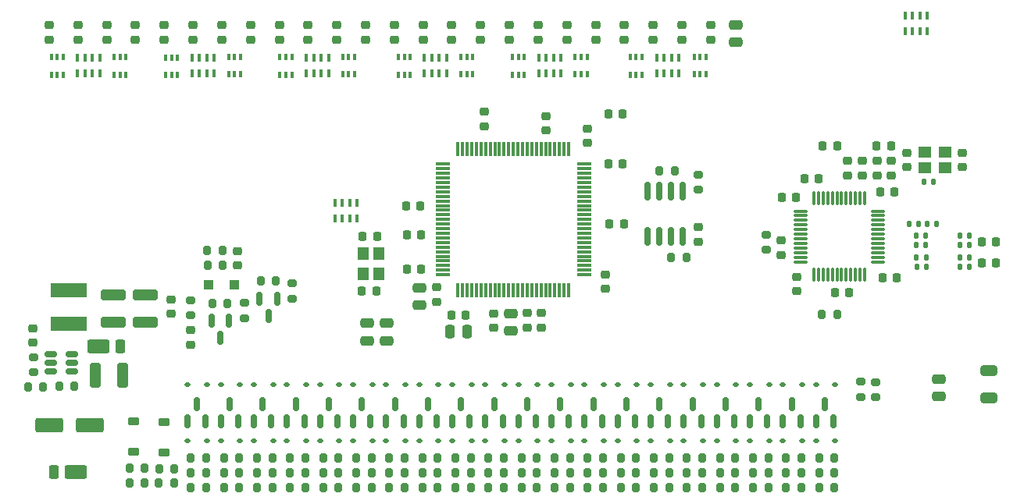
<source format=gbr>
%TF.GenerationSoftware,KiCad,Pcbnew,7.0.6-rc1-28-g32930319ea*%
%TF.CreationDate,2023-06-30T09:32:51+03:00*%
%TF.ProjectId,serial_io_expander,73657269-616c-45f6-996f-5f657870616e,rev?*%
%TF.SameCoordinates,Original*%
%TF.FileFunction,Paste,Top*%
%TF.FilePolarity,Positive*%
%FSLAX46Y46*%
G04 Gerber Fmt 4.6, Leading zero omitted, Abs format (unit mm)*
G04 Created by KiCad (PCBNEW 7.0.6-rc1-28-g32930319ea) date 2023-06-30 09:32:51*
%MOMM*%
%LPD*%
G01*
G04 APERTURE LIST*
G04 Aperture macros list*
%AMRoundRect*
0 Rectangle with rounded corners*
0 $1 Rounding radius*
0 $2 $3 $4 $5 $6 $7 $8 $9 X,Y pos of 4 corners*
0 Add a 4 corners polygon primitive as box body*
4,1,4,$2,$3,$4,$5,$6,$7,$8,$9,$2,$3,0*
0 Add four circle primitives for the rounded corners*
1,1,$1+$1,$2,$3*
1,1,$1+$1,$4,$5*
1,1,$1+$1,$6,$7*
1,1,$1+$1,$8,$9*
0 Add four rect primitives between the rounded corners*
20,1,$1+$1,$2,$3,$4,$5,0*
20,1,$1+$1,$4,$5,$6,$7,0*
20,1,$1+$1,$6,$7,$8,$9,0*
20,1,$1+$1,$8,$9,$2,$3,0*%
G04 Aperture macros list end*
%ADD10RoundRect,0.200000X-0.275000X0.200000X-0.275000X-0.200000X0.275000X-0.200000X0.275000X0.200000X0*%
%ADD11RoundRect,0.200000X0.200000X0.275000X-0.200000X0.275000X-0.200000X-0.275000X0.200000X-0.275000X0*%
%ADD12RoundRect,0.218750X0.256250X-0.218750X0.256250X0.218750X-0.256250X0.218750X-0.256250X-0.218750X0*%
%ADD13R,1.400000X1.200000*%
%ADD14RoundRect,0.135000X-0.135000X-0.185000X0.135000X-0.185000X0.135000X0.185000X-0.135000X0.185000X0*%
%ADD15RoundRect,0.225000X0.225000X0.250000X-0.225000X0.250000X-0.225000X-0.250000X0.225000X-0.250000X0*%
%ADD16RoundRect,0.112500X-0.187500X-0.112500X0.187500X-0.112500X0.187500X0.112500X-0.187500X0.112500X0*%
%ADD17RoundRect,0.150000X-0.150000X0.825000X-0.150000X-0.825000X0.150000X-0.825000X0.150000X0.825000X0*%
%ADD18RoundRect,0.225000X0.250000X-0.225000X0.250000X0.225000X-0.250000X0.225000X-0.250000X-0.225000X0*%
%ADD19R,0.400000X0.650000*%
%ADD20RoundRect,0.150000X0.150000X-0.587500X0.150000X0.587500X-0.150000X0.587500X-0.150000X-0.587500X0*%
%ADD21RoundRect,0.225000X-0.225000X-0.250000X0.225000X-0.250000X0.225000X0.250000X-0.225000X0.250000X0*%
%ADD22RoundRect,0.200000X-0.200000X-0.275000X0.200000X-0.275000X0.200000X0.275000X-0.200000X0.275000X0*%
%ADD23RoundRect,0.250000X0.650000X-0.325000X0.650000X0.325000X-0.650000X0.325000X-0.650000X-0.325000X0*%
%ADD24RoundRect,0.135000X0.135000X0.185000X-0.135000X0.185000X-0.135000X-0.185000X0.135000X-0.185000X0*%
%ADD25RoundRect,0.225000X0.375000X-0.225000X0.375000X0.225000X-0.375000X0.225000X-0.375000X-0.225000X0*%
%ADD26R,0.400000X0.900000*%
%ADD27RoundRect,0.250000X-0.475000X0.250000X-0.475000X-0.250000X0.475000X-0.250000X0.475000X0.250000X0*%
%ADD28RoundRect,0.225000X-0.250000X0.225000X-0.250000X-0.225000X0.250000X-0.225000X0.250000X0.225000X0*%
%ADD29RoundRect,0.250000X-0.950000X-0.500000X0.950000X-0.500000X0.950000X0.500000X-0.950000X0.500000X0*%
%ADD30RoundRect,0.250000X-0.275000X-0.500000X0.275000X-0.500000X0.275000X0.500000X-0.275000X0.500000X0*%
%ADD31RoundRect,0.250000X0.950000X0.500000X-0.950000X0.500000X-0.950000X-0.500000X0.950000X-0.500000X0*%
%ADD32RoundRect,0.250000X0.275000X0.500000X-0.275000X0.500000X-0.275000X-0.500000X0.275000X-0.500000X0*%
%ADD33RoundRect,0.200000X0.275000X-0.200000X0.275000X0.200000X-0.275000X0.200000X-0.275000X-0.200000X0*%
%ADD34RoundRect,0.250000X-1.100000X0.325000X-1.100000X-0.325000X1.100000X-0.325000X1.100000X0.325000X0*%
%ADD35RoundRect,0.218750X0.218750X0.256250X-0.218750X0.256250X-0.218750X-0.256250X0.218750X-0.256250X0*%
%ADD36RoundRect,0.250000X-0.300000X-0.300000X0.300000X-0.300000X0.300000X0.300000X-0.300000X0.300000X0*%
%ADD37RoundRect,0.250000X0.475000X-0.250000X0.475000X0.250000X-0.475000X0.250000X-0.475000X-0.250000X0*%
%ADD38RoundRect,0.250000X1.250000X0.550000X-1.250000X0.550000X-1.250000X-0.550000X1.250000X-0.550000X0*%
%ADD39RoundRect,0.150000X-0.150000X0.587500X-0.150000X-0.587500X0.150000X-0.587500X0.150000X0.587500X0*%
%ADD40R,1.200000X1.400000*%
%ADD41RoundRect,0.250000X-0.325000X-1.100000X0.325000X-1.100000X0.325000X1.100000X-0.325000X1.100000X0*%
%ADD42RoundRect,0.075000X0.075000X-0.725000X0.075000X0.725000X-0.075000X0.725000X-0.075000X-0.725000X0*%
%ADD43RoundRect,0.075000X0.725000X-0.075000X0.725000X0.075000X-0.725000X0.075000X-0.725000X-0.075000X0*%
%ADD44R,4.000000X1.500000*%
%ADD45RoundRect,0.075000X0.662500X0.075000X-0.662500X0.075000X-0.662500X-0.075000X0.662500X-0.075000X0*%
%ADD46RoundRect,0.075000X0.075000X0.662500X-0.075000X0.662500X-0.075000X-0.662500X0.075000X-0.662500X0*%
%ADD47RoundRect,0.250000X-0.250000X-0.475000X0.250000X-0.475000X0.250000X0.475000X-0.250000X0.475000X0*%
%ADD48RoundRect,0.150000X-0.512500X-0.150000X0.512500X-0.150000X0.512500X0.150000X-0.512500X0.150000X0*%
G04 APERTURE END LIST*
D10*
%TO.C,R5*%
X140390000Y-90825000D03*
X140390000Y-92475000D03*
%TD*%
D11*
%TO.C,R58*%
X155100000Y-123200000D03*
X153450000Y-123200000D03*
%TD*%
D12*
%TO.C,D65*%
X122980736Y-76175000D03*
X122980736Y-74600000D03*
%TD*%
D13*
%TO.C,Y3*%
X167076250Y-88408750D03*
X164876250Y-88408750D03*
X164876250Y-90108750D03*
X167076250Y-90108750D03*
%TD*%
D11*
%TO.C,R61*%
X137178940Y-123200000D03*
X135528940Y-123200000D03*
%TD*%
D14*
%TO.C,R79*%
X164841250Y-91608750D03*
X165861250Y-91608750D03*
%TD*%
D15*
%TO.C,C16*%
X110305000Y-97340000D03*
X108755000Y-97340000D03*
%TD*%
D11*
%TO.C,R34*%
X151515780Y-123200000D03*
X149865780Y-123200000D03*
%TD*%
D16*
%TO.C,D43*%
X145936570Y-119700000D03*
X148036570Y-119700000D03*
%TD*%
D17*
%TO.C,U3*%
X138660000Y-92625000D03*
X137390000Y-92625000D03*
X136120000Y-92625000D03*
X134850000Y-92625000D03*
X134850000Y-97575000D03*
X136120000Y-97575000D03*
X137390000Y-97575000D03*
X138660000Y-97575000D03*
%TD*%
D18*
%TO.C,C8*%
X68200000Y-109075000D03*
X68200000Y-107525000D03*
%TD*%
D19*
%TO.C,Q25*%
X89425000Y-79950000D03*
X90075000Y-79950000D03*
X90725000Y-79950000D03*
X90725000Y-78050000D03*
X90075000Y-78050000D03*
X89425000Y-78050000D03*
%TD*%
D20*
%TO.C,Q7*%
X99341840Y-117639500D03*
X101241840Y-117639500D03*
X100291840Y-115764500D03*
%TD*%
D11*
%TO.C,R43*%
X119257890Y-123200000D03*
X117607890Y-123200000D03*
%TD*%
D21*
%TO.C,C2*%
X130600000Y-89650000D03*
X132150000Y-89650000D03*
%TD*%
D20*
%TO.C,Q1*%
X85005000Y-117639500D03*
X86905000Y-117639500D03*
X85955000Y-115764500D03*
%TD*%
D22*
%TO.C,R75*%
X78710000Y-122705000D03*
X80360000Y-122705000D03*
%TD*%
D23*
%TO.C,C47*%
X171850000Y-115055000D03*
X171850000Y-112105000D03*
%TD*%
D11*
%TO.C,R19*%
X94168420Y-123200000D03*
X92518420Y-123200000D03*
%TD*%
%TO.C,R33*%
X151515780Y-124800000D03*
X149865780Y-124800000D03*
%TD*%
%TO.C,R26*%
X101336840Y-121600000D03*
X99686840Y-121600000D03*
%TD*%
D16*
%TO.C,D31*%
X128015520Y-119700000D03*
X130115520Y-119700000D03*
%TD*%
D24*
%TO.C,R83*%
X165031250Y-99833750D03*
X164011250Y-99833750D03*
%TD*%
D20*
%TO.C,Q15*%
X124431310Y-117639500D03*
X126331310Y-117639500D03*
X125381310Y-115764500D03*
%TD*%
D24*
%TO.C,R89*%
X169730000Y-97460000D03*
X168710000Y-97460000D03*
%TD*%
D11*
%TO.C,R53*%
X130010520Y-121600000D03*
X128360520Y-121600000D03*
%TD*%
%TO.C,R64*%
X140763150Y-123200000D03*
X139113150Y-123200000D03*
%TD*%
%TO.C,R63*%
X140763150Y-124800000D03*
X139113150Y-124800000D03*
%TD*%
%TO.C,R24*%
X101336840Y-124800000D03*
X99686840Y-124800000D03*
%TD*%
%TO.C,R47*%
X122842100Y-121600000D03*
X121192100Y-121600000D03*
%TD*%
D18*
%TO.C,C19*%
X128300000Y-87375000D03*
X128300000Y-85825000D03*
%TD*%
D15*
%TO.C,C37*%
X156726250Y-103658750D03*
X155176250Y-103658750D03*
%TD*%
D25*
%TO.C,D44*%
X82445000Y-121027500D03*
X82445000Y-117727500D03*
%TD*%
D24*
%TO.C,R87*%
X169730000Y-99820000D03*
X168710000Y-99820000D03*
%TD*%
D26*
%TO.C,RN4*%
X113058240Y-78175000D03*
X112258240Y-78175000D03*
X111458240Y-78175000D03*
X110658240Y-78175000D03*
X110658240Y-79875000D03*
X111458240Y-79875000D03*
X112258240Y-79875000D03*
X113058240Y-79875000D03*
%TD*%
D16*
%TO.C,D42*%
X145936570Y-113650000D03*
X148036570Y-113650000D03*
%TD*%
D20*
%TO.C,Q22*%
X145936570Y-117639500D03*
X147836570Y-117639500D03*
X146886570Y-115764500D03*
%TD*%
D11*
%TO.C,R29*%
X104921050Y-121600000D03*
X103271050Y-121600000D03*
%TD*%
%TO.C,R6*%
X139065000Y-99850000D03*
X137415000Y-99850000D03*
%TD*%
D16*
%TO.C,D9*%
X92173420Y-119700000D03*
X94273420Y-119700000D03*
%TD*%
D19*
%TO.C,Q23*%
X139900000Y-79925000D03*
X140550000Y-79925000D03*
X141200000Y-79925000D03*
X141200000Y-78025000D03*
X140550000Y-78025000D03*
X139900000Y-78025000D03*
%TD*%
D11*
%TO.C,R49*%
X126426310Y-123200000D03*
X124776310Y-123200000D03*
%TD*%
D16*
%TO.C,D16*%
X106510260Y-113650000D03*
X108610260Y-113650000D03*
%TD*%
D12*
%TO.C,D63*%
X101159524Y-76175000D03*
X101159524Y-74600000D03*
%TD*%
%TO.C,D54*%
X110511472Y-76175000D03*
X110511472Y-74600000D03*
%TD*%
D27*
%TO.C,C18*%
X104445000Y-106950000D03*
X104445000Y-108850000D03*
%TD*%
D28*
%TO.C,C38*%
X149330000Y-97985000D03*
X149330000Y-99535000D03*
%TD*%
D24*
%TO.C,R90*%
X169730000Y-98490000D03*
X168710000Y-98490000D03*
%TD*%
D22*
%TO.C,R74*%
X81910000Y-122730000D03*
X83560000Y-122730000D03*
%TD*%
D11*
%TO.C,R25*%
X101336840Y-123200000D03*
X99686840Y-123200000D03*
%TD*%
%TO.C,R35*%
X151515780Y-121600000D03*
X149865780Y-121600000D03*
%TD*%
D20*
%TO.C,Q13*%
X117262890Y-117639500D03*
X119162890Y-117639500D03*
X118212890Y-115764500D03*
%TD*%
D16*
%TO.C,D36*%
X135183940Y-113650000D03*
X137283940Y-113650000D03*
%TD*%
D29*
%TO.C,D1*%
X72870000Y-123120000D03*
D30*
X70495000Y-123120000D03*
%TD*%
D11*
%TO.C,R69*%
X147931570Y-124800000D03*
X146281570Y-124800000D03*
%TD*%
%TO.C,R20*%
X94168420Y-121600000D03*
X92518420Y-121600000D03*
%TD*%
D27*
%TO.C,C28*%
X110100000Y-103100000D03*
X110100000Y-105000000D03*
%TD*%
D20*
%TO.C,Q18*%
X153105000Y-117639500D03*
X155005000Y-117639500D03*
X154055000Y-115764500D03*
%TD*%
D31*
%TO.C,D46*%
X75350000Y-109500000D03*
D32*
X77725000Y-109500000D03*
%TD*%
D16*
%TO.C,D11*%
X95757630Y-119700000D03*
X97857630Y-119700000D03*
%TD*%
D26*
%TO.C,RN8*%
X75467072Y-78175000D03*
X74667072Y-78175000D03*
X73867072Y-78175000D03*
X73067072Y-78175000D03*
X73067072Y-79875000D03*
X73867072Y-79875000D03*
X74667072Y-79875000D03*
X75467072Y-79875000D03*
%TD*%
D11*
%TO.C,R50*%
X126426310Y-121600000D03*
X124776310Y-121600000D03*
%TD*%
%TO.C,R71*%
X147931570Y-121600000D03*
X146281570Y-121600000D03*
%TD*%
D33*
%TO.C,R4*%
X147710000Y-98995000D03*
X147710000Y-97345000D03*
%TD*%
D11*
%TO.C,R67*%
X144347360Y-123200000D03*
X142697360Y-123200000D03*
%TD*%
%TO.C,R32*%
X108505260Y-121600000D03*
X106855260Y-121600000D03*
%TD*%
D12*
%TO.C,D60*%
X104276840Y-76175000D03*
X104276840Y-74600000D03*
%TD*%
D16*
%TO.C,D15*%
X102926050Y-119700000D03*
X105026050Y-119700000D03*
%TD*%
D26*
%TO.C,RN2*%
X103375000Y-93925000D03*
X102575000Y-93925000D03*
X101775000Y-93925000D03*
X100975000Y-93925000D03*
X100975000Y-95625000D03*
X101775000Y-95625000D03*
X102575000Y-95625000D03*
X103375000Y-95625000D03*
%TD*%
D11*
%TO.C,R8*%
X87000000Y-124800000D03*
X85350000Y-124800000D03*
%TD*%
D19*
%TO.C,Q28*%
X82600000Y-80025000D03*
X83250000Y-80025000D03*
X83900000Y-80025000D03*
X83900000Y-78125000D03*
X83250000Y-78125000D03*
X82600000Y-78125000D03*
%TD*%
D11*
%TO.C,R30*%
X108505260Y-124800000D03*
X106855260Y-124800000D03*
%TD*%
D33*
%TO.C,R3*%
X85300000Y-106125000D03*
X85300000Y-104475000D03*
%TD*%
D11*
%TO.C,R55*%
X133594730Y-123200000D03*
X131944730Y-123200000D03*
%TD*%
D20*
%TO.C,Q10*%
X149520780Y-117639500D03*
X151420780Y-117639500D03*
X150470780Y-115764500D03*
%TD*%
%TO.C,Q8*%
X102926050Y-117639500D03*
X104826050Y-117639500D03*
X103876050Y-115764500D03*
%TD*%
D22*
%TO.C,R1*%
X87150000Y-100675000D03*
X88800000Y-100675000D03*
%TD*%
D34*
%TO.C,C9*%
X80400000Y-103925000D03*
X80400000Y-106875000D03*
%TD*%
D28*
%TO.C,C11*%
X83240000Y-104375000D03*
X83240000Y-105925000D03*
%TD*%
D11*
%TO.C,R16*%
X90584210Y-123200000D03*
X88934210Y-123200000D03*
%TD*%
D16*
%TO.C,D35*%
X153105000Y-119700000D03*
X155205000Y-119700000D03*
%TD*%
%TO.C,D24*%
X117262890Y-113650000D03*
X119362890Y-113650000D03*
%TD*%
%TO.C,D6*%
X88589210Y-113650000D03*
X90689210Y-113650000D03*
%TD*%
D35*
%TO.C,L4*%
X155397500Y-87730000D03*
X153822500Y-87730000D03*
%TD*%
D24*
%TO.C,R82*%
X166141250Y-96203750D03*
X165121250Y-96203750D03*
%TD*%
D19*
%TO.C,Q26*%
X132950000Y-79975000D03*
X133600000Y-79975000D03*
X134250000Y-79975000D03*
X134250000Y-78075000D03*
X133600000Y-78075000D03*
X132950000Y-78075000D03*
%TD*%
D16*
%TO.C,D33*%
X131599730Y-119700000D03*
X133699730Y-119700000D03*
%TD*%
%TO.C,D12*%
X99341840Y-113650000D03*
X101441840Y-113650000D03*
%TD*%
%TO.C,D10*%
X95757630Y-113650000D03*
X97857630Y-113650000D03*
%TD*%
%TO.C,D39*%
X138768150Y-119700000D03*
X140868150Y-119700000D03*
%TD*%
%TO.C,D26*%
X120847100Y-113650000D03*
X122947100Y-113650000D03*
%TD*%
D12*
%TO.C,D52*%
X88690260Y-76175000D03*
X88690260Y-74600000D03*
%TD*%
D11*
%TO.C,R56*%
X133594730Y-121600000D03*
X131944730Y-121600000D03*
%TD*%
D20*
%TO.C,Q17*%
X131599730Y-117639500D03*
X133499730Y-117639500D03*
X132549730Y-115764500D03*
%TD*%
D11*
%TO.C,R57*%
X155100000Y-124800000D03*
X153450000Y-124800000D03*
%TD*%
D16*
%TO.C,D18*%
X149520780Y-113650000D03*
X151620780Y-113650000D03*
%TD*%
D12*
%TO.C,D55*%
X85572944Y-76175000D03*
X85572944Y-74600000D03*
%TD*%
D20*
%TO.C,Q11*%
X110094470Y-117639500D03*
X111994470Y-117639500D03*
X111044470Y-115764500D03*
%TD*%
D19*
%TO.C,Q24*%
X114600000Y-79950000D03*
X115250000Y-79950000D03*
X115900000Y-79950000D03*
X115900000Y-78050000D03*
X115250000Y-78050000D03*
X114600000Y-78050000D03*
%TD*%
D11*
%TO.C,R38*%
X112089470Y-121600000D03*
X110439470Y-121600000D03*
%TD*%
D19*
%TO.C,Q30*%
X101800000Y-79950000D03*
X102450000Y-79950000D03*
X103100000Y-79950000D03*
X103100000Y-78050000D03*
X102450000Y-78050000D03*
X101800000Y-78050000D03*
%TD*%
D18*
%TO.C,C35*%
X159701250Y-90908750D03*
X159701250Y-89358750D03*
%TD*%
D24*
%TO.C,R84*%
X165041250Y-100873750D03*
X164021250Y-100873750D03*
%TD*%
D12*
%TO.C,D70*%
X69986364Y-76175000D03*
X69986364Y-74600000D03*
%TD*%
D36*
%TO.C,D5*%
X87250000Y-102775000D03*
X90050000Y-102775000D03*
%TD*%
D37*
%TO.C,C46*%
X166440000Y-114910000D03*
X166440000Y-113010000D03*
%TD*%
D24*
%TO.C,R81*%
X164191250Y-96203750D03*
X163171250Y-96203750D03*
%TD*%
D38*
%TO.C,C6*%
X74400000Y-118000000D03*
X70000000Y-118000000D03*
%TD*%
D21*
%TO.C,C45*%
X171045000Y-98090000D03*
X172595000Y-98090000D03*
%TD*%
D25*
%TO.C,D45*%
X79175000Y-120920000D03*
X79175000Y-117620000D03*
%TD*%
D11*
%TO.C,R54*%
X133594730Y-124800000D03*
X131944730Y-124800000D03*
%TD*%
D20*
%TO.C,Q16*%
X128015520Y-117639500D03*
X129915520Y-117639500D03*
X128965520Y-115764500D03*
%TD*%
D21*
%TO.C,C40*%
X160081250Y-92678750D03*
X161631250Y-92678750D03*
%TD*%
D11*
%TO.C,R60*%
X137178940Y-124800000D03*
X135528940Y-124800000D03*
%TD*%
D39*
%TO.C,Q2*%
X94700000Y-104300000D03*
X92800000Y-104300000D03*
X93750000Y-106175000D03*
%TD*%
D12*
%TO.C,D51*%
X113628788Y-76175000D03*
X113628788Y-74600000D03*
%TD*%
D11*
%TO.C,R15*%
X90584210Y-124800000D03*
X88934210Y-124800000D03*
%TD*%
D27*
%TO.C,C14*%
X106525000Y-106950000D03*
X106525000Y-108850000D03*
%TD*%
D22*
%TO.C,R76*%
X71075000Y-113800000D03*
X72725000Y-113800000D03*
%TD*%
D12*
%TO.C,D59*%
X129215368Y-76175000D03*
X129215368Y-74600000D03*
%TD*%
D21*
%TO.C,C3*%
X103975000Y-97550000D03*
X105525000Y-97550000D03*
%TD*%
D11*
%TO.C,R72*%
X83535000Y-124330000D03*
X81885000Y-124330000D03*
%TD*%
D12*
%TO.C,D64*%
X76220996Y-76175000D03*
X76220996Y-74600000D03*
%TD*%
D40*
%TO.C,Y2*%
X104050000Y-99400000D03*
X104050000Y-101600000D03*
X105750000Y-101600000D03*
X105750000Y-99400000D03*
%TD*%
D15*
%TO.C,C5*%
X105425000Y-103425000D03*
X103875000Y-103425000D03*
%TD*%
D16*
%TO.C,D8*%
X92173420Y-113650000D03*
X94273420Y-113650000D03*
%TD*%
D26*
%TO.C,RN6*%
X125455296Y-78175000D03*
X124655296Y-78175000D03*
X123855296Y-78175000D03*
X123055296Y-78175000D03*
X123055296Y-79875000D03*
X123855296Y-79875000D03*
X124655296Y-79875000D03*
X125455296Y-79875000D03*
%TD*%
D11*
%TO.C,R77*%
X69350000Y-113850000D03*
X67700000Y-113850000D03*
%TD*%
D12*
%TO.C,D67*%
X73103680Y-76175000D03*
X73103680Y-74600000D03*
%TD*%
D20*
%TO.C,Q5*%
X92173420Y-117639500D03*
X94073420Y-117639500D03*
X93123420Y-115764500D03*
%TD*%
D15*
%TO.C,C34*%
X153425000Y-91270000D03*
X151875000Y-91270000D03*
%TD*%
D20*
%TO.C,Q14*%
X120847100Y-117639500D03*
X122747100Y-117639500D03*
X121797100Y-115764500D03*
%TD*%
D16*
%TO.C,D23*%
X113678680Y-119700000D03*
X115778680Y-119700000D03*
%TD*%
%TO.C,D34*%
X153105000Y-113650000D03*
X155205000Y-113650000D03*
%TD*%
D11*
%TO.C,R70*%
X147931570Y-123200000D03*
X146281570Y-123200000D03*
%TD*%
D24*
%TO.C,R88*%
X169730000Y-100860000D03*
X168710000Y-100860000D03*
%TD*%
D12*
%TO.C,D56*%
X132332684Y-76175000D03*
X132332684Y-74600000D03*
%TD*%
D15*
%TO.C,C24*%
X110245000Y-94210000D03*
X108695000Y-94210000D03*
%TD*%
D11*
%TO.C,R23*%
X97752630Y-121600000D03*
X96102630Y-121600000D03*
%TD*%
D18*
%TO.C,C39*%
X158131250Y-90908750D03*
X158131250Y-89358750D03*
%TD*%
D11*
%TO.C,R17*%
X90584210Y-121600000D03*
X88934210Y-121600000D03*
%TD*%
D12*
%TO.C,D57*%
X107394156Y-76175000D03*
X107394156Y-74600000D03*
%TD*%
%TO.C,D58*%
X82455628Y-76175000D03*
X82455628Y-74600000D03*
%TD*%
D11*
%TO.C,R52*%
X130010520Y-123200000D03*
X128360520Y-123200000D03*
%TD*%
%TO.C,R48*%
X126426310Y-124800000D03*
X124776310Y-124800000D03*
%TD*%
%TO.C,R2*%
X88750000Y-99075000D03*
X87100000Y-99075000D03*
%TD*%
%TO.C,R65*%
X140763150Y-121600000D03*
X139113150Y-121600000D03*
%TD*%
D39*
%TO.C,Q3*%
X89500000Y-106700000D03*
X87600000Y-106700000D03*
X88550000Y-108575000D03*
%TD*%
D24*
%TO.C,R85*%
X165011250Y-97473750D03*
X163991250Y-97473750D03*
%TD*%
D12*
%TO.C,D50*%
X138567316Y-76175000D03*
X138567316Y-74600000D03*
%TD*%
D11*
%TO.C,R68*%
X144347360Y-121600000D03*
X142697360Y-121600000D03*
%TD*%
%TO.C,R40*%
X115673680Y-123200000D03*
X114023680Y-123200000D03*
%TD*%
%TO.C,R18*%
X94168420Y-124800000D03*
X92518420Y-124800000D03*
%TD*%
D21*
%TO.C,C44*%
X171045000Y-100390000D03*
X172595000Y-100390000D03*
%TD*%
D20*
%TO.C,Q19*%
X135183940Y-117639500D03*
X137083940Y-117639500D03*
X136133940Y-115764500D03*
%TD*%
D41*
%TO.C,C7*%
X75025000Y-112600000D03*
X77975000Y-112600000D03*
%TD*%
D16*
%TO.C,D40*%
X142352360Y-113650000D03*
X144452360Y-113650000D03*
%TD*%
D12*
%TO.C,D48*%
X116746104Y-76175000D03*
X116746104Y-74600000D03*
%TD*%
D18*
%TO.C,C27*%
X123800000Y-86025000D03*
X123800000Y-84475000D03*
%TD*%
D12*
%TO.C,D69*%
X94924892Y-76175000D03*
X94924892Y-74600000D03*
%TD*%
D18*
%TO.C,C41*%
X156561250Y-90908750D03*
X156561250Y-89358750D03*
%TD*%
D11*
%TO.C,R37*%
X112089470Y-123200000D03*
X110439470Y-123200000D03*
%TD*%
D12*
%TO.C,D2*%
X85300000Y-109287500D03*
X85300000Y-107712500D03*
%TD*%
D16*
%TO.C,D7*%
X88589210Y-119700000D03*
X90689210Y-119700000D03*
%TD*%
D11*
%TO.C,R66*%
X144347360Y-124800000D03*
X142697360Y-124800000D03*
%TD*%
D27*
%TO.C,C26*%
X120000000Y-105910000D03*
X120000000Y-107810000D03*
%TD*%
D11*
%TO.C,R9*%
X87000000Y-123200000D03*
X85350000Y-123200000D03*
%TD*%
D20*
%TO.C,Q6*%
X95757630Y-117639500D03*
X97657630Y-117639500D03*
X96707630Y-115764500D03*
%TD*%
D11*
%TO.C,R59*%
X155100000Y-121600000D03*
X153450000Y-121600000D03*
%TD*%
D19*
%TO.C,Q27*%
X107825000Y-79975000D03*
X108475000Y-79975000D03*
X109125000Y-79975000D03*
X109125000Y-78075000D03*
X108475000Y-78075000D03*
X107825000Y-78075000D03*
%TD*%
D20*
%TO.C,Q9*%
X106510260Y-117639500D03*
X108410260Y-117639500D03*
X107460260Y-115764500D03*
%TD*%
D15*
%TO.C,C32*%
X161226250Y-87708750D03*
X159676250Y-87708750D03*
%TD*%
D11*
%TO.C,R39*%
X115673680Y-124800000D03*
X114023680Y-124800000D03*
%TD*%
D16*
%TO.C,D32*%
X131599730Y-113650000D03*
X133699730Y-113650000D03*
%TD*%
%TO.C,D20*%
X110094470Y-113650000D03*
X112194470Y-113650000D03*
%TD*%
D28*
%TO.C,C25*%
X112000000Y-103075000D03*
X112000000Y-104625000D03*
%TD*%
D12*
%TO.C,L2*%
X123360000Y-107447500D03*
X123360000Y-105872500D03*
%TD*%
D18*
%TO.C,C1*%
X90360000Y-100685000D03*
X90360000Y-99135000D03*
%TD*%
D42*
%TO.C,U1*%
X114300000Y-103375000D03*
X114800000Y-103375000D03*
X115300000Y-103375000D03*
X115800000Y-103375000D03*
X116300000Y-103375000D03*
X116800000Y-103375000D03*
X117300000Y-103375000D03*
X117800000Y-103375000D03*
X118300000Y-103375000D03*
X118800000Y-103375000D03*
X119300000Y-103375000D03*
X119800000Y-103375000D03*
X120300000Y-103375000D03*
X120800000Y-103375000D03*
X121300000Y-103375000D03*
X121800000Y-103375000D03*
X122300000Y-103375000D03*
X122800000Y-103375000D03*
X123300000Y-103375000D03*
X123800000Y-103375000D03*
X124300000Y-103375000D03*
X124800000Y-103375000D03*
X125300000Y-103375000D03*
X125800000Y-103375000D03*
X126300000Y-103375000D03*
D43*
X127975000Y-101700000D03*
X127975000Y-101200000D03*
X127975000Y-100700000D03*
X127975000Y-100200000D03*
X127975000Y-99700000D03*
X127975000Y-99200000D03*
X127975000Y-98700000D03*
X127975000Y-98200000D03*
X127975000Y-97700000D03*
X127975000Y-97200000D03*
X127975000Y-96700000D03*
X127975000Y-96200000D03*
X127975000Y-95700000D03*
X127975000Y-95200000D03*
X127975000Y-94700000D03*
X127975000Y-94200000D03*
X127975000Y-93700000D03*
X127975000Y-93200000D03*
X127975000Y-92700000D03*
X127975000Y-92200000D03*
X127975000Y-91700000D03*
X127975000Y-91200000D03*
X127975000Y-90700000D03*
X127975000Y-90200000D03*
X127975000Y-89700000D03*
D42*
X126300000Y-88025000D03*
X125800000Y-88025000D03*
X125300000Y-88025000D03*
X124800000Y-88025000D03*
X124300000Y-88025000D03*
X123800000Y-88025000D03*
X123300000Y-88025000D03*
X122800000Y-88025000D03*
X122300000Y-88025000D03*
X121800000Y-88025000D03*
X121300000Y-88025000D03*
X120800000Y-88025000D03*
X120300000Y-88025000D03*
X119800000Y-88025000D03*
X119300000Y-88025000D03*
X118800000Y-88025000D03*
X118300000Y-88025000D03*
X117800000Y-88025000D03*
X117300000Y-88025000D03*
X116800000Y-88025000D03*
X116300000Y-88025000D03*
X115800000Y-88025000D03*
X115300000Y-88025000D03*
X114800000Y-88025000D03*
X114300000Y-88025000D03*
D43*
X112625000Y-89700000D03*
X112625000Y-90200000D03*
X112625000Y-90700000D03*
X112625000Y-91200000D03*
X112625000Y-91700000D03*
X112625000Y-92200000D03*
X112625000Y-92700000D03*
X112625000Y-93200000D03*
X112625000Y-93700000D03*
X112625000Y-94200000D03*
X112625000Y-94700000D03*
X112625000Y-95200000D03*
X112625000Y-95700000D03*
X112625000Y-96200000D03*
X112625000Y-96700000D03*
X112625000Y-97200000D03*
X112625000Y-97700000D03*
X112625000Y-98200000D03*
X112625000Y-98700000D03*
X112625000Y-99200000D03*
X112625000Y-99700000D03*
X112625000Y-100200000D03*
X112625000Y-100700000D03*
X112625000Y-101200000D03*
X112625000Y-101700000D03*
%TD*%
D27*
%TO.C,C13*%
X144425000Y-74575000D03*
X144425000Y-76475000D03*
%TD*%
D19*
%TO.C,Q32*%
X120200000Y-80000000D03*
X120850000Y-80000000D03*
X121500000Y-80000000D03*
X121500000Y-78100000D03*
X120850000Y-78100000D03*
X120200000Y-78100000D03*
%TD*%
D18*
%TO.C,C17*%
X117175000Y-85575000D03*
X117175000Y-84025000D03*
%TD*%
D11*
%TO.C,R22*%
X97752630Y-123200000D03*
X96102630Y-123200000D03*
%TD*%
%TO.C,R62*%
X137178940Y-121600000D03*
X135528940Y-121600000D03*
%TD*%
D16*
%TO.C,D38*%
X138768150Y-113650000D03*
X140868150Y-113650000D03*
%TD*%
D15*
%TO.C,C15*%
X110300000Y-101125000D03*
X108750000Y-101125000D03*
%TD*%
D22*
%TO.C,R12*%
X92900000Y-102400000D03*
X94550000Y-102400000D03*
%TD*%
D12*
%TO.C,D61*%
X79338312Y-76175000D03*
X79338312Y-74600000D03*
%TD*%
%TO.C,D66*%
X98042208Y-76175000D03*
X98042208Y-74600000D03*
%TD*%
D26*
%TO.C,RN5*%
X87864128Y-78175000D03*
X87064128Y-78175000D03*
X86264128Y-78175000D03*
X85464128Y-78175000D03*
X85464128Y-79875000D03*
X86264128Y-79875000D03*
X87064128Y-79875000D03*
X87864128Y-79875000D03*
%TD*%
D10*
%TO.C,R91*%
X159550000Y-113350000D03*
X159550000Y-115000000D03*
%TD*%
D15*
%TO.C,C43*%
X150966250Y-93273750D03*
X149416250Y-93273750D03*
%TD*%
D28*
%TO.C,C30*%
X121790000Y-105875000D03*
X121790000Y-107425000D03*
%TD*%
D16*
%TO.C,D19*%
X149520780Y-119700000D03*
X151620780Y-119700000D03*
%TD*%
D33*
%TO.C,R11*%
X96310000Y-104285000D03*
X96310000Y-102635000D03*
%TD*%
D11*
%TO.C,R7*%
X137790000Y-90450000D03*
X136140000Y-90450000D03*
%TD*%
D16*
%TO.C,D25*%
X117262890Y-119700000D03*
X119362890Y-119700000D03*
%TD*%
D26*
%TO.C,RN7*%
X100261184Y-78175000D03*
X99461184Y-78175000D03*
X98661184Y-78175000D03*
X97861184Y-78175000D03*
X97861184Y-79875000D03*
X98661184Y-79875000D03*
X99461184Y-79875000D03*
X100261184Y-79875000D03*
%TD*%
D11*
%TO.C,R41*%
X115673680Y-121600000D03*
X114023680Y-121600000D03*
%TD*%
D12*
%TO.C,D47*%
X141684633Y-76175000D03*
X141684633Y-74600000D03*
%TD*%
D44*
%TO.C,L1*%
X72100000Y-107000000D03*
X72100000Y-103400000D03*
%TD*%
D11*
%TO.C,R27*%
X104921050Y-124800000D03*
X103271050Y-124800000D03*
%TD*%
D24*
%TO.C,R86*%
X165011250Y-98503750D03*
X163991250Y-98503750D03*
%TD*%
D20*
%TO.C,Q12*%
X113678680Y-117639500D03*
X115578680Y-117639500D03*
X114628680Y-115764500D03*
%TD*%
D11*
%TO.C,R28*%
X104921050Y-123200000D03*
X103271050Y-123200000D03*
%TD*%
D34*
%TO.C,C10*%
X76900000Y-103925000D03*
X76900000Y-106875000D03*
%TD*%
D16*
%TO.C,D41*%
X142352360Y-119700000D03*
X144452360Y-119700000D03*
%TD*%
D19*
%TO.C,Q33*%
X95000000Y-80000000D03*
X95650000Y-80000000D03*
X96300000Y-80000000D03*
X96300000Y-78100000D03*
X95650000Y-78100000D03*
X95000000Y-78100000D03*
%TD*%
D16*
%TO.C,D13*%
X99341840Y-119700000D03*
X101441840Y-119700000D03*
%TD*%
D20*
%TO.C,Q21*%
X142352360Y-117639500D03*
X144252360Y-117639500D03*
X143302360Y-115764500D03*
%TD*%
D11*
%TO.C,R46*%
X122842100Y-123200000D03*
X121192100Y-123200000D03*
%TD*%
D12*
%TO.C,D62*%
X126098052Y-76175000D03*
X126098052Y-74600000D03*
%TD*%
%TO.C,D53*%
X135450000Y-76175000D03*
X135450000Y-74600000D03*
%TD*%
D16*
%TO.C,D3*%
X85005000Y-113650000D03*
X87105000Y-113650000D03*
%TD*%
D19*
%TO.C,Q31*%
X77025000Y-79975000D03*
X77675000Y-79975000D03*
X78325000Y-79975000D03*
X78325000Y-78075000D03*
X77675000Y-78075000D03*
X77025000Y-78075000D03*
%TD*%
D12*
%TO.C,D49*%
X91807576Y-76175000D03*
X91807576Y-74600000D03*
%TD*%
D16*
%TO.C,D17*%
X106510260Y-119700000D03*
X108610260Y-119700000D03*
%TD*%
D12*
%TO.C,L3*%
X161301250Y-90933750D03*
X161301250Y-89358750D03*
%TD*%
D11*
%TO.C,R42*%
X119257890Y-124800000D03*
X117607890Y-124800000D03*
%TD*%
D16*
%TO.C,D29*%
X124431310Y-119700000D03*
X126531310Y-119700000D03*
%TD*%
D45*
%TO.C,U4*%
X159793750Y-100291250D03*
X159793750Y-99791250D03*
X159793750Y-99291250D03*
X159793750Y-98791250D03*
X159793750Y-98291250D03*
X159793750Y-97791250D03*
X159793750Y-97291250D03*
X159793750Y-96791250D03*
X159793750Y-96291250D03*
X159793750Y-95791250D03*
X159793750Y-95291250D03*
X159793750Y-94791250D03*
D46*
X158381250Y-93378750D03*
X157881250Y-93378750D03*
X157381250Y-93378750D03*
X156881250Y-93378750D03*
X156381250Y-93378750D03*
X155881250Y-93378750D03*
X155381250Y-93378750D03*
X154881250Y-93378750D03*
X154381250Y-93378750D03*
X153881250Y-93378750D03*
X153381250Y-93378750D03*
X152881250Y-93378750D03*
D45*
X151468750Y-94791250D03*
X151468750Y-95291250D03*
X151468750Y-95791250D03*
X151468750Y-96291250D03*
X151468750Y-96791250D03*
X151468750Y-97291250D03*
X151468750Y-97791250D03*
X151468750Y-98291250D03*
X151468750Y-98791250D03*
X151468750Y-99291250D03*
X151468750Y-99791250D03*
X151468750Y-100291250D03*
D46*
X152881250Y-101703750D03*
X153381250Y-101703750D03*
X153881250Y-101703750D03*
X154381250Y-101703750D03*
X154881250Y-101703750D03*
X155381250Y-101703750D03*
X155881250Y-101703750D03*
X156381250Y-101703750D03*
X156881250Y-101703750D03*
X157381250Y-101703750D03*
X157881250Y-101703750D03*
X158381250Y-101703750D03*
%TD*%
D11*
%TO.C,R31*%
X108505260Y-123200000D03*
X106855260Y-123200000D03*
%TD*%
%TO.C,R80*%
X155415000Y-106040000D03*
X153765000Y-106040000D03*
%TD*%
%TO.C,R36*%
X112089470Y-124800000D03*
X110439470Y-124800000D03*
%TD*%
D28*
%TO.C,C21*%
X118170000Y-105885000D03*
X118170000Y-107435000D03*
%TD*%
D18*
%TO.C,C36*%
X162976250Y-90033750D03*
X162976250Y-88483750D03*
%TD*%
D11*
%TO.C,R10*%
X87000000Y-121600000D03*
X85350000Y-121600000D03*
%TD*%
%TO.C,R51*%
X130010520Y-124800000D03*
X128360520Y-124800000D03*
%TD*%
D21*
%TO.C,C23*%
X113575000Y-106050000D03*
X115125000Y-106050000D03*
%TD*%
D47*
%TO.C,C20*%
X113400000Y-107900000D03*
X115300000Y-107900000D03*
%TD*%
D16*
%TO.C,D30*%
X128015520Y-113650000D03*
X130115520Y-113650000D03*
%TD*%
D33*
%TO.C,R14*%
X91150000Y-106425000D03*
X91150000Y-104775000D03*
%TD*%
D10*
%TO.C,R92*%
X157925000Y-113300000D03*
X157925000Y-114950000D03*
%TD*%
%TO.C,R78*%
X68300000Y-110650000D03*
X68300000Y-112300000D03*
%TD*%
D20*
%TO.C,Q20*%
X138768150Y-117639500D03*
X140668150Y-117639500D03*
X139718150Y-115764500D03*
%TD*%
D12*
%TO.C,D68*%
X119863420Y-76175000D03*
X119863420Y-74600000D03*
%TD*%
D11*
%TO.C,R73*%
X80335000Y-124280000D03*
X78685000Y-124280000D03*
%TD*%
D16*
%TO.C,D28*%
X124431310Y-113650000D03*
X126531310Y-113650000D03*
%TD*%
D21*
%TO.C,C4*%
X130625000Y-84250000D03*
X132175000Y-84250000D03*
%TD*%
D19*
%TO.C,Q29*%
X127000000Y-79950000D03*
X127650000Y-79950000D03*
X128300000Y-79950000D03*
X128300000Y-78050000D03*
X127650000Y-78050000D03*
X127000000Y-78050000D03*
%TD*%
%TO.C,Q34*%
X70225000Y-79975000D03*
X70875000Y-79975000D03*
X71525000Y-79975000D03*
X71525000Y-78075000D03*
X70875000Y-78075000D03*
X70225000Y-78075000D03*
%TD*%
D20*
%TO.C,Q4*%
X88589210Y-117639500D03*
X90489210Y-117639500D03*
X89539210Y-115764500D03*
%TD*%
D21*
%TO.C,C29*%
X130725000Y-96200000D03*
X132275000Y-96200000D03*
%TD*%
D28*
%TO.C,C42*%
X151001250Y-101908750D03*
X151001250Y-103458750D03*
%TD*%
D16*
%TO.C,D37*%
X135183940Y-119700000D03*
X137283940Y-119700000D03*
%TD*%
D26*
%TO.C,RN1*%
X162780000Y-75310000D03*
X163580000Y-75310000D03*
X164380000Y-75310000D03*
X165180000Y-75310000D03*
X165180000Y-73610000D03*
X164380000Y-73610000D03*
X163580000Y-73610000D03*
X162780000Y-73610000D03*
%TD*%
D28*
%TO.C,C33*%
X168950000Y-88455000D03*
X168950000Y-90005000D03*
%TD*%
D16*
%TO.C,D4*%
X85005000Y-119700000D03*
X87105000Y-119700000D03*
%TD*%
D18*
%TO.C,C12*%
X140380000Y-98100000D03*
X140380000Y-96550000D03*
%TD*%
D16*
%TO.C,D14*%
X102926050Y-113650000D03*
X105026050Y-113650000D03*
%TD*%
%TO.C,D21*%
X110094470Y-119700000D03*
X112194470Y-119700000D03*
%TD*%
D11*
%TO.C,R13*%
X89300000Y-104800000D03*
X87650000Y-104800000D03*
%TD*%
D21*
%TO.C,C31*%
X160306250Y-102028750D03*
X161856250Y-102028750D03*
%TD*%
D11*
%TO.C,R44*%
X119257890Y-121600000D03*
X117607890Y-121600000D03*
%TD*%
D28*
%TO.C,C22*%
X130295000Y-101700000D03*
X130295000Y-103250000D03*
%TD*%
D16*
%TO.C,D22*%
X113678680Y-113650000D03*
X115778680Y-113650000D03*
%TD*%
D26*
%TO.C,RN3*%
X138252352Y-78175000D03*
X137452352Y-78175000D03*
X136652352Y-78175000D03*
X135852352Y-78175000D03*
X135852352Y-79875000D03*
X136652352Y-79875000D03*
X137452352Y-79875000D03*
X138252352Y-79875000D03*
%TD*%
D48*
%TO.C,U2*%
X70162500Y-110300000D03*
X70162500Y-111250000D03*
X70162500Y-112200000D03*
X72437500Y-112200000D03*
X72437500Y-111250000D03*
X72437500Y-110300000D03*
%TD*%
D16*
%TO.C,D27*%
X120847100Y-119700000D03*
X122947100Y-119700000D03*
%TD*%
D11*
%TO.C,R21*%
X97752630Y-124800000D03*
X96102630Y-124800000D03*
%TD*%
%TO.C,R45*%
X122842100Y-124800000D03*
X121192100Y-124800000D03*
%TD*%
M02*

</source>
